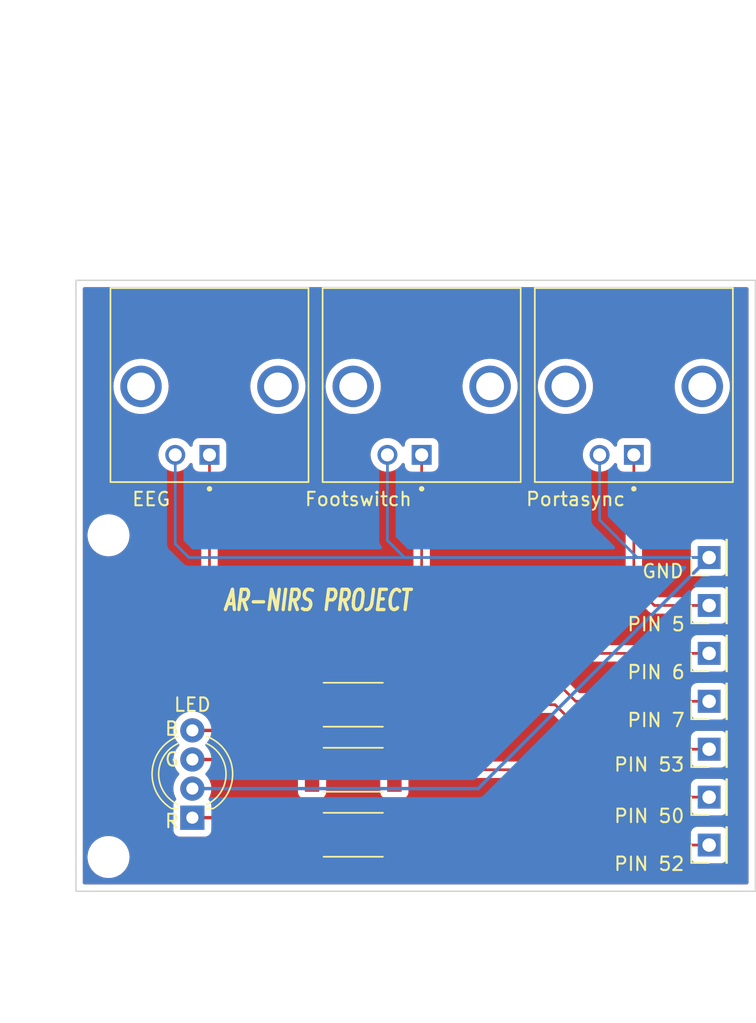
<source format=kicad_pcb>
(kicad_pcb (version 20211014) (generator pcbnew)
  (layers (0 "F.Cu" signal) (31 "B.Cu" signal) (34 "B.Paste" user) (35 "F.Paste" user) (36 "B.SilkS" user "B.Silkscreen") (37 "F.SilkS" user "F.Silkscreen") (38 "B.Mask" user) (39 "F.Mask" user) (44 "Edge.Cuts" user))
  (net 0 "")
  (footprint "LED_THT:LED_D5.0mm-4_RGB_Wide_Pins" (layer "F.Cu") (at 116.459 120.269 90)
    (fp_text reference "LED" (at 8.382 0) (layer "F.SilkS"))
    (fp_text value "LED_D5.0mm-4_RGB_Wide_Pins")
    (fp_line (start 0.6785 -1.545) (end 0.6785 -1.08) (layer "F.SilkS") (width 0.12))
    (fp_line (start 0.6785 1.08) (end 0.6785 1.545) (layer "F.SilkS") (width 0.12))
    (fp_arc (start 6.026315 1.080827) (mid 3.496956 2.978808) (end 0.6785 1.54483) (layer "F.SilkS") (width 0.12))
    (fp_arc (start 0.983816 -1.08) (mid 3.238262 -2.5) (end 5.492979 -1.080429) (layer "F.SilkS") (width 0.12))
    (fp_arc (start 0.6785 -1.54483) (mid 3.496956 -2.978809) (end 6.026315 -1.080827) (layer "F.SilkS") (width 0.12))
    (fp_arc (start 5.492979 1.080429) (mid 3.238262 2.5) (end 0.983816 1.08) (layer "F.SilkS") (width 0.12))
    (pad "1" thru_hole rect (at 0 0 90) (size 1.8 1.8) (drill 0.9) (layers *.Cu *.Mask))
    (pad "2" thru_hole circle (at 2.159 0 90) (size 1.8 1.8) (drill 0.9) (layers *.Cu *.Mask))
    (pad "3" thru_hole circle (at 4.318 0 90) (size 1.8 1.8) (drill 0.9) (layers *.Cu *.Mask))
    (pad "4" thru_hole circle (at 6.477 0 90) (size 1.8 1.8) (drill 0.9) (layers *.Cu *.Mask))
  )
  (footprint "CAD:RESC6331X65N" (layer "F.Cu") (at 128.397 121.539)
    (fp_text reference "R" hide)
    (fp_text value "RESC6331X65N")
    (fp_line (start -2.2 -1.63) (end 2.2 -1.63) (layer "F.SilkS") (width 0.127))
    (fp_line (start -2.2 1.63) (end 2.2 1.63) (layer "F.SilkS") (width 0.127))
    (pad "1" smd rect (at -3.055 0) (size 1.07 3.27) (layers "F.Cu" "F.Paste" "F.Mask"))
    (pad "2" smd rect (at 3.055 0) (size 1.07 3.27) (layers "F.Cu" "F.Paste" "F.Mask"))
  )
  (footprint "Connector_PinHeader_2.54mm:PinHeader_1x01_P2.54mm_Vertical" (layer "F.Cu") (at 154.813 118.745 90)
    (fp_text reference "PIN 50" (at -1.397 -4.445) (layer "F.SilkS"))
    (fp_text value "PinHeader_1x01_P2.54mm_Vertical")
    (fp_line (start -1.33 -1.33) (end 0 -1.33) (layer "F.SilkS") (width 0.12))
    (fp_line (start -1.33 0) (end -1.33 -1.33) (layer "F.SilkS") (width 0.12))
    (fp_line (start -1.33 1.27) (end 1.33 1.27) (layer "F.SilkS") (width 0.12))
    (fp_line (start -1.33 1.33) (end 1.33 1.33) (layer "F.SilkS") (width 0.12))
    (fp_line (start -1.33 1.27) (end -1.33 1.33) (layer "F.SilkS") (width 0.12))
    (fp_line (start 1.33 1.27) (end 1.33 1.33) (layer "F.SilkS") (width 0.12))
    (pad "1" thru_hole rect (at 0 0 90) (size 1.7 1.7) (drill 1) (layers *.Cu *.Mask))
  )
  (footprint "CAD:TE_1-1634612-0" (layer "F.Cu") (at 117.729 88.265)
    (fp_text reference "EEG" (at -4.325 8.365) (layer "F.SilkS"))
    (fp_text value "TE_1-1634612-0")
    (fp_line (start 7.35 -7.3) (end 7.35 7.1) (layer "F.SilkS") (width 0.127))
    (fp_line (start -7.35 -7.3) (end 7.35 -7.3) (layer "F.SilkS") (width 0.127))
    (fp_line (start -7.35 7.1) (end 7.35 7.1) (layer "F.SilkS") (width 0.127))
    (fp_line (start -7.35 7.1) (end -7.35 -7.3) (layer "F.SilkS") (width 0.127))
    (fp_circle (center 0 7.6) (end 0.1 7.6) (layer "F.SilkS") (width 0.2) (fill none))
    (pad "1" thru_hole rect (at 0 5.08) (size 1.478 1.478) (drill 0.97) (layers *.Cu *.Mask))
    (pad "2" thru_hole circle (at -2.54 5.08) (size 1.478 1.478) (drill 0.97) (layers *.Cu *.Mask))
    (pad "S1" thru_hole circle (at -5.08 0) (size 3.076 3.076) (drill 2.06) (layers *.Cu *.Mask))
    (pad "S2" thru_hole circle (at 5.08 0) (size 3.076 3.076) (drill 2.06) (layers *.Cu *.Mask))
  )
  (footprint "Connector_PinHeader_2.54mm:PinHeader_1x01_P2.54mm_Vertical" (layer "F.Cu") (at 154.813 108.077 90)
    (fp_text reference "PIN 6" (at -1.397 -3.937) (layer "F.SilkS"))
    (fp_text value "PinHeader_1x01_P2.54mm_Vertical")
    (fp_line (start -1.33 1.27) (end 1.33 1.27) (layer "F.SilkS") (width 0.12))
    (fp_line (start -1.33 1.33) (end 1.33 1.33) (layer "F.SilkS") (width 0.12))
    (fp_line (start -1.33 -1.33) (end 0 -1.33) (layer "F.SilkS") (width 0.12))
    (fp_line (start 1.33 1.27) (end 1.33 1.33) (layer "F.SilkS") (width 0.12))
    (fp_line (start -1.33 0) (end -1.33 -1.33) (layer "F.SilkS") (width 0.12))
    (fp_line (start -1.33 1.27) (end -1.33 1.33) (layer "F.SilkS") (width 0.12))
    (pad "1" thru_hole rect (at 0 0 90) (size 1.7 1.7) (drill 1) (layers *.Cu *.Mask))
  )
  (footprint "CAD:RESC6331X65N" (layer "F.Cu") (at 128.397 116.713)
    (fp_text reference "R" hide)
    (fp_text value "RESC6331X65N")
    (fp_line (start -2.2 1.63) (end 2.2 1.63) (layer "F.SilkS") (width 0.127))
    (fp_line (start -2.2 -1.63) (end 2.2 -1.63) (layer "F.SilkS") (width 0.127))
    (pad "1" smd rect (at -3.055 0) (size 1.07 3.27) (layers "F.Cu" "F.Paste" "F.Mask"))
    (pad "2" smd rect (at 3.055 0) (size 1.07 3.27) (layers "F.Cu" "F.Paste" "F.Mask"))
  )
  (footprint "CAD:TE_1-1634612-0" (layer "F.Cu") (at 133.477 88.265)
    (fp_text reference "Footswitch" (at -4.699 8.365) (layer "F.SilkS"))
    (fp_text value "TE_1-1634612-0")
    (fp_line (start -7.35 -7.3) (end 7.35 -7.3) (layer "F.SilkS") (width 0.127))
    (fp_line (start -7.35 7.1) (end -7.35 -7.3) (layer "F.SilkS") (width 0.127))
    (fp_line (start -7.35 7.1) (end 7.35 7.1) (layer "F.SilkS") (width 0.127))
    (fp_line (start 7.35 -7.3) (end 7.35 7.1) (layer "F.SilkS") (width 0.127))
    (fp_circle (center 0 7.6) (end 0.1 7.6) (layer "F.SilkS") (width 0.2) (fill none))
    (pad "1" thru_hole rect (at 0 5.08) (size 1.478 1.478) (drill 0.97) (layers *.Cu *.Mask))
    (pad "2" thru_hole circle (at -2.54 5.08) (size 1.478 1.478) (drill 0.97) (layers *.Cu *.Mask))
    (pad "S1" thru_hole circle (at -5.08 0) (size 3.076 3.076) (drill 2.06) (layers *.Cu *.Mask))
    (pad "S2" thru_hole circle (at 5.08 0) (size 3.076 3.076) (drill 2.06) (layers *.Cu *.Mask))
  )
  (footprint "Connector_PinHeader_2.54mm:PinHeader_1x01_P2.54mm_Vertical" (layer "F.Cu") (at 154.813 115.189 90)
    (fp_text reference "PIN 53" (at -1.143 -4.445) (layer "F.SilkS"))
    (fp_text value "PinHeader_1x01_P2.54mm_Vertical")
    (fp_line (start -1.33 0) (end -1.33 -1.33) (layer "F.SilkS") (width 0.12))
    (fp_line (start -1.33 -1.33) (end 0 -1.33) (layer "F.SilkS") (width 0.12))
    (fp_line (start -1.33 1.27) (end 1.33 1.27) (layer "F.SilkS") (width 0.12))
    (fp_line (start 1.33 1.27) (end 1.33 1.33) (layer "F.SilkS") (width 0.12))
    (fp_line (start -1.33 1.33) (end 1.33 1.33) (layer "F.SilkS") (width 0.12))
    (fp_line (start -1.33 1.27) (end -1.33 1.33) (layer "F.SilkS") (width 0.12))
    (pad "1" thru_hole rect (at 0 0 90) (size 1.7 1.7) (drill 1) (layers *.Cu *.Mask))
  )
  (footprint "Connector_PinHeader_2.54mm:PinHeader_1x01_P2.54mm_Vertical" (layer "F.Cu") (at 154.813 100.965 90)
    (fp_text reference "GND" (at -1.016 -3.429) (layer "F.SilkS"))
    (fp_text value "PinHeader_1x01_P2.54mm_Vertical")
    (fp_line (start -1.33 1.27) (end 1.33 1.27) (layer "F.SilkS") (width 0.12))
    (fp_line (start -1.33 -1.33) (end 0 -1.33) (layer "F.SilkS") (width 0.12))
    (fp_line (start -1.33 0) (end -1.33 -1.33) (layer "F.SilkS") (width 0.12))
    (fp_line (start -1.33 1.27) (end -1.33 1.33) (layer "F.SilkS") (width 0.12))
    (fp_line (start 1.33 1.27) (end 1.33 1.33) (layer "F.SilkS") (width 0.12))
    (fp_line (start -1.33 1.33) (end 1.33 1.33) (layer "F.SilkS") (width 0.12))
    (pad "1" thru_hole rect (at 0 0 90) (size 1.7 1.7) (drill 1) (layers *.Cu *.Mask))
  )
  (footprint "MountingHole:MountingHole_2.1mm" (layer "F.Cu") (at 110.236 99.314)
    (fp_text reference "REF**" hide)
    (fp_text value "MountingHole_2.1mm")
    (pad "" np_thru_hole circle (at 0 0) (size 2.1 2.1) (drill 2.1) (layers *.Cu *.Mask))
  )
  (footprint "Connector_PinHeader_2.54mm:PinHeader_1x01_P2.54mm_Vertical" (layer "F.Cu") (at 154.813 111.633 90)
    (fp_text reference "PIN 7" (at -1.397 -3.937) (layer "F.SilkS"))
    (fp_text value "PinHeader_1x01_P2.54mm_Vertical")
    (fp_line (start -1.33 1.33) (end 1.33 1.33) (layer "F.SilkS") (width 0.12))
    (fp_line (start -1.33 1.27) (end 1.33 1.27) (layer "F.SilkS") (width 0.12))
    (fp_line (start -1.33 1.27) (end -1.33 1.33) (layer "F.SilkS") (width 0.12))
    (fp_line (start -1.33 -1.33) (end 0 -1.33) (layer "F.SilkS") (width 0.12))
    (fp_line (start 1.33 1.27) (end 1.33 1.33) (layer "F.SilkS") (width 0.12))
    (fp_line (start -1.33 0) (end -1.33 -1.33) (layer "F.SilkS") (width 0.12))
    (pad "1" thru_hole rect (at 0 0 90) (size 1.7 1.7) (drill 1) (layers *.Cu *.Mask))
  )
  (footprint "Connector_PinHeader_2.54mm:PinHeader_1x01_P2.54mm_Vertical" (layer "F.Cu") (at 154.813 122.301 90)
    (fp_text reference "PIN 52" (at -1.397 -4.445) (layer "F.SilkS"))
    (fp_text value "PinHeader_1x01_P2.54mm_Vertical")
    (fp_line (start -1.33 1.27) (end -1.33 1.33) (layer "F.SilkS") (width 0.12))
    (fp_line (start -1.33 -1.33) (end 0 -1.33) (layer "F.SilkS") (width 0.12))
    (fp_line (start -1.33 1.33) (end 1.33 1.33) (layer "F.SilkS") (width 0.12))
    (fp_line (start -1.33 0) (end -1.33 -1.33) (layer "F.SilkS") (width 0.12))
    (fp_line (start -1.33 1.27) (end 1.33 1.27) (layer "F.SilkS") (width 0.12))
    (fp_line (start 1.33 1.27) (end 1.33 1.33) (layer "F.SilkS") (width 0.12))
    (pad "1" thru_hole rect (at 0 0 90) (size 1.7 1.7) (drill 1) (layers *.Cu *.Mask))
  )
  (footprint "CAD:RESC6331X65N" (layer "F.Cu") (at 128.397 111.887)
    (fp_text reference "R" hide)
    (fp_text value "RESC6331X65N")
    (fp_line (start -2.2 -1.63) (end 2.2 -1.63) (layer "F.SilkS") (width 0.127))
    (fp_line (start -2.2 1.63) (end 2.2 1.63) (layer "F.SilkS") (width 0.127))
    (pad "1" smd rect (at -3.055 0) (size 1.07 3.27) (layers "F.Cu" "F.Paste" "F.Mask"))
    (pad "2" smd rect (at 3.055 0) (size 1.07 3.27) (layers "F.Cu" "F.Paste" "F.Mask"))
  )
  (footprint "MountingHole:MountingHole_2.1mm" (layer "F.Cu") (at 110.236 123.19)
    (fp_text reference "REF**" hide)
    (fp_text value "MountingHole_2.1mm")
    (pad "" np_thru_hole circle (at 0 0) (size 2.1 2.1) (drill 2.1) (layers *.Cu *.Mask))
  )
  (footprint "Connector_PinHeader_2.54mm:PinHeader_1x01_P2.54mm_Vertical" (layer "F.Cu") (at 154.813 104.521 90)
    (fp_text reference "PIN 5" (at -1.397 -3.937) (layer "F.SilkS"))
    (fp_text value "PinHeader_1x01_P2.54mm_Vertical")
    (fp_line (start -1.33 1.33) (end 1.33 1.33) (layer "F.SilkS") (width 0.12))
    (fp_line (start -1.33 -1.33) (end 0 -1.33) (layer "F.SilkS") (width 0.12))
    (fp_line (start -1.33 1.27) (end 1.33 1.27) (layer "F.SilkS") (width 0.12))
    (fp_line (start -1.33 0) (end -1.33 -1.33) (layer "F.SilkS") (width 0.12))
    (fp_line (start 1.33 1.27) (end 1.33 1.33) (layer "F.SilkS") (width 0.12))
    (fp_line (start -1.33 1.27) (end -1.33 1.33) (layer "F.SilkS") (width 0.12))
    (pad "1" thru_hole rect (at 0 0 90) (size 1.7 1.7) (drill 1) (layers *.Cu *.Mask))
  )
  (footprint "CAD:TE_1-1634612-0" (layer "F.Cu") (at 149.225 88.265)
    (fp_text reference "Portasync" (at -4.325 8.365) (layer "F.SilkS"))
    (fp_text value "TE_1-1634612-0")
    (fp_line (start -7.35 7.1) (end 7.35 7.1) (layer "F.SilkS") (width 0.127))
    (fp_line (start -7.35 7.1) (end -7.35 -7.3) (layer "F.SilkS") (width 0.127))
    (fp_line (start -7.35 -7.3) (end 7.35 -7.3) (layer "F.SilkS") (width 0.127))
    (fp_line (start 7.35 -7.3) (end 7.35 7.1) (layer "F.SilkS") (width 0.127))
    (fp_circle (center 0 7.6) (end 0.1 7.6) (layer "F.SilkS") (width 0.2) (fill none))
    (pad "1" thru_hole rect (at 0 5.08) (size 1.478 1.478) (drill 0.97) (layers *.Cu *.Mask))
    (pad "2" thru_hole circle (at -2.54 5.08) (size 1.478 1.478) (drill 0.97) (layers *.Cu *.Mask))
    (pad "S1" thru_hole circle (at -5.08 0) (size 3.076 3.076) (drill 2.06) (layers *.Cu *.Mask))
    (pad "S2" thru_hole circle (at 5.08 0) (size 3.076 3.076) (drill 2.06) (layers *.Cu *.Mask))
  )
  (gr_rect (start 107.819 80.391) (end 158.242 125.73) (layer "Edge.Cuts") (width 0.1) (fill none))
  (gr_text "G" (at 114.935 115.951) (layer "F.SilkS") (effects (font (size 1 1))))
  (gr_text "B\n" (at 114.935 113.665) (layer "F.SilkS") (effects (font (size 1 1))))
  (gr_text "R" (at 114.935 120.523) (layer "F.SilkS") (effects (font (size 1 1))))
  (gr_text "AR-NIRS PROJECT" (at 125.73 104.14) (layer "F.SilkS") (effects (font (size 1.5 1) (thickness 0.25) italic)))
  (segment (start 143.383 117.475) (end 142.621 116.713) (width 0.2) (layer "F.Cu") (net 0))
  (segment (start 144.907 111.633) (end 154.813 111.633) (width 0.2) (layer "F.Cu") (net 0))
  (segment (start 141.859 121.539) (end 142.621 122.301) (width 0.2) (layer "F.Cu") (net 0))
  (segment (start 120.269 109.093) (end 142.367 109.093) (width 0.2) (layer "F.Cu") (net 0))
  (segment (start 120.777 120.269) (end 122.047 121.539) (width 0.25) (layer "F.Cu") (net 0))
  (segment (start 133.477 105.537) (end 136.017 108.077) (width 0.2) (layer "F.Cu") (net 0))
  (segment (start 122.047 121.539) (end 125.342 121.539) (width 0.25) (layer "F.Cu") (net 0))
  (segment (start 142.621 116.713) (end 131.452 116.713) (width 0.2) (layer "F.Cu") (net 0))
  (segment (start 146.685 115.189) (end 154.813 115.189) (width 0.2) (layer "F.Cu") (net 0))
  (segment (start 131.452 121.539) (end 141.859 121.539) (width 0.2) (layer "F.Cu") (net 0))
  (segment (start 122.809 116.713) (end 125.342 116.713) (width 0.25) (layer "F.Cu") (net 0))
  (segment (start 149.225 102.997) (end 150.749 104.521) (width 0.2) (layer "F.Cu") (net 0))
  (segment (start 116.459 115.951) (end 122.047 115.951) (width 0.25) (layer "F.Cu") (net 0))
  (segment (start 150.749 118.745) (end 154.813 118.745) (width 0.2) (layer "F.Cu") (net 0))
  (segment (start 143.383 111.887) (end 146.685 115.189) (width 0.2) (layer "F.Cu") (net 0))
  (segment (start 122.047 115.951) (end 122.809 116.713) (width 0.25) (layer "F.Cu") (net 0))
  (segment (start 142.367 109.093) (end 144.907 111.633) (width 0.2) (layer "F.Cu") (net 0))
  (segment (start 131.452 111.887) (end 143.383 111.887) (width 0.2) (layer "F.Cu") (net 0))
  (segment (start 116.459 120.269) (end 120.777 120.269) (width 0.25) (layer "F.Cu") (net 0))
  (segment (start 133.477 93.345) (end 133.477 105.537) (width 0.2) (layer "F.Cu") (net 0))
  (segment (start 149.479 117.475) (end 143.383 117.475) (width 0.2) (layer "F.Cu") (net 0))
  (segment (start 117.729 106.553) (end 120.269 109.093) (width 0.2) (layer "F.Cu") (net 0))
  (segment (start 117.729 93.345) (end 117.729 106.553) (width 0.2) (layer "F.Cu") (net 0))
  (segment (start 149.225 93.345) (end 149.225 102.997) (width 0.2) (layer "F.Cu") (net 0))
  (segment (start 154.305 114.681) (end 154.813 115.189) (width 0.2) (layer "F.Cu") (net 0))
  (segment (start 142.621 122.301) (end 154.813 122.301) (width 0.2) (layer "F.Cu") (net 0))
  (segment (start 150.749 104.521) (end 154.813 104.521) (width 0.2) (layer "F.Cu") (net 0))
  (segment (start 122.936 113.792) (end 124.841 111.887) (width 0.25) (layer "F.Cu") (net 0))
  (segment (start 116.459 113.792) (end 122.936 113.792) (width 0.25) (layer "F.Cu") (net 0))
  (segment (start 150.749 118.745) (end 149.479 117.475) (width 0.2) (layer "F.Cu") (net 0))
  (segment (start 136.017 108.077) (end 154.813 108.077) (width 0.2) (layer "F.Cu") (net 0))
  (segment (start 124.841 111.887) (end 125.342 111.887) (width 0.25) (layer "F.Cu") (net 0))
  (segment (start 146.685 93.345) (end 146.685 98.171) (width 0.2) (layer "B.Cu") (net 0))
  (segment (start 130.937 99.695) (end 132.207 100.965) (width 0.2) (layer "B.Cu") (net 0))
  (segment (start 130.937 93.345) (end 130.937 99.695) (width 0.2) (layer "B.Cu") (net 0))
  (segment (start 115.189 99.949) (end 116.205 100.965) (width 0.2) (layer "B.Cu") (net 0))
  (segment (start 116.205 100.965) (end 154.813 100.965) (width 0.2) (layer "B.Cu") (net 0))
  (segment (start 115.189 93.345) (end 115.189 99.949) (width 0.2) (layer "B.Cu") (net 0))
  (segment (start 132.207 100.965) (end 154.813 100.965) (width 0.2) (layer "B.Cu") (net 0))
  (segment (start 146.685 98.171) (end 149.479 100.965) (width 0.2) (layer "B.Cu") (net 0))
  (segment (start 116.459 118.11) (end 137.668 118.11) (width 0.25) (layer "B.Cu") (net 0))
  (segment (start 137.668 118.11) (end 154.813 100.965) (width 0.25) (layer "B.Cu") (net 0))
  (segment (start 149.479 100.965) (end 154.813 100.965) (width 0.2) (layer "B.Cu") (net 0))
  (zone (net 0) (net_name "") (layer "F.Cu") (connect_pads (clearance 0.508)) (min_thickness 0.254) (fill yes (thermal_gap 0.508) (thermal_bridge_width 0.508))
    (polygon (pts (xy 158.242 125.476) (xy 107.696 125.73) (xy 107.696 80.264) (xy 158.242 80.264)))
  )
  (zone (net 0) (net_name "") (layer "B.Cu") (connect_pads (clearance 0.508)) (min_thickness 0.254) (fill yes (thermal_gap 0.508) (thermal_bridge_width 0.508))
    (polygon (pts (xy 158.242 125.73) (xy 107.696 125.73) (xy 107.696 80.264) (xy 158.242 80.264)))
  )
)
</source>
